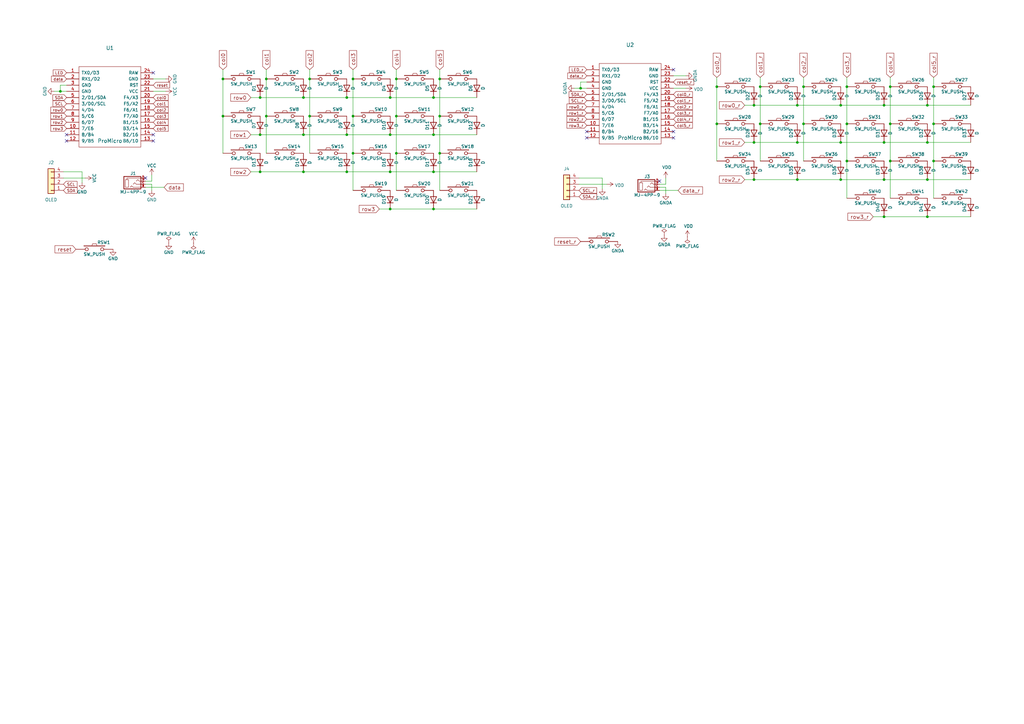
<source format=kicad_sch>
(kicad_sch (version 20230121) (generator eeschema)
  (paper "A3")
  (title_block (title "Corne Cherry") (date "2020-09-28") (rev "3.0.1") (company "foostan"))
  (lib_symbols
    (symbol "Connector_Generic:Conn_01x04" (pin_names (offset 1.016) hide)
      (property "Reference" "J" (at 0 5.08 0))
      (property "Value" "Conn_01x04" (at 0 -7.62 0))
      (symbol "Conn_01x04_1_1"
        (rectangle (start -1.27 -4.953) (end 0 -5.207) (stroke (width 0.1524)))
        (rectangle (start -1.27 -2.413) (end 0 -2.667) (stroke (width 0.1524)))
        (rectangle (start -1.27 0.127) (end 0 -0.127) (stroke (width 0.1524)))
        (rectangle (start -1.27 2.667) (end 0 2.413) (stroke (width 0.1524)))
        (rectangle (start -1.27 3.81) (end 1.27 -6.35) (stroke (width 0.254)) (fill (type background)))
        (pin passive line (at -5.08 2.54 0) (length 3.81) (name "Pin_1") (number "1"))
        (pin passive line (at -5.08 0 0) (length 3.81) (name "Pin_2") (number "2"))
        (pin passive line (at -5.08 -2.54 0) (length 3.81) (name "Pin_3") (number "3"))
        (pin passive line (at -5.08 -5.08 0) (length 3.81) (name "Pin_4") (number "4"))
      )
    )
    (symbol "Device:D" (pin_numbers hide) (pin_names (offset 1.016) hide)
      (property "Reference" "D" (at 0 2.54 0))
      (property "Value" "D" (at 0 -2.54 0))
      (symbol "D_0_1"
        (polyline (pts (xy -1.27 1.27) (xy -1.27 -1.27)) (stroke (width 0.254)))
        (polyline (pts (xy 1.27 0) (xy -1.27 0)))
        (polyline (pts (xy 1.27 1.27) (xy 1.27 -1.27) (xy -1.27 0) (xy 1.27 1.27)) (stroke (width 0.254)))
      )
      (symbol "D_1_1"
        (pin passive line (at -3.81 0 0) (length 2.54) (name "K") (number "1"))
        (pin passive line (at 3.81 0 180) (length 2.54) (name "A") (number "2"))
      )
    )
    (symbol "kbd:MJ-4PP-9" (pin_names (offset 1.016))
      (property "Reference" "J" (at 0 3.81 0))
      (property "Value" "MJ-4PP-9" (at 0 -3.81 0))
      (symbol "MJ-4PP-9_0_1"
        (rectangle (start -1.905 -1.905) (end -3.175 1.27))
        (polyline (pts (xy -2.54 1.27) (xy -2.54 1.905) (xy 3.175 1.905)))
        (polyline (pts (xy -1.27 -1.905) (xy -0.635 -1.27) (xy 0 -1.905) (xy 3.175 -1.905)))
        (polyline (pts (xy 0 -0.635) (xy 0.635 0) (xy 1.27 -0.635) (xy 3.175 -0.635)))
        (polyline (pts (xy 1.27 0.635) (xy 1.905 1.27) (xy 2.54 0.635) (xy 3.175 0.635)))
        (rectangle (start 3.175 2.54) (end -3.81 -2.54) (stroke (width 0.3048)))
      )
      (symbol "MJ-4PP-9_1_1"
        (pin input line (at 5.08 1.905 180) (length 2.0066) (name "~") (number "A"))
        (pin input line (at 5.08 -1.905 180) (length 2.0066) (name "~") (number "B"))
        (pin input line (at 5.08 -0.635 180) (length 2.0066) (name "~") (number "C"))
        (pin input line (at 5.08 0.635 180) (length 2.0066) (name "~") (number "D"))
      )
    )
    (symbol "kbd:ProMicro" (pin_names (offset 1.016))
      (property "Reference" "U" (at 0 19.05 0))
      (property "Value" "ProMicro" (at 0 -19.05 0))
      (symbol "ProMicro_0_1"
        (rectangle (start -12.7 16.51) (end 12.7 -16.51))
      )
      (symbol "ProMicro_1_1"
        (pin bidirectional line (at -17.78 13.97 0) (length 5.08) (name "TX0/D3") (number "1"))
        (pin bidirectional line (at -17.78 -8.89 0) (length 5.08) (name "7/E6") (number "10"))
        (pin bidirectional line (at -17.78 -11.43 0) (length 5.08) (name "8/B4") (number "11"))
        (pin bidirectional line (at -17.78 -13.97 0) (length 5.08) (name "9/B5") (number "12"))
        (pin bidirectional line (at 17.78 -13.97 180) (length 5.08) (name "B6/10") (number "13"))
        (pin bidirectional line (at 17.78 -11.43 180) (length 5.08) (name "B2/16") (number "14"))
        (pin bidirectional line (at 17.78 -8.89 180) (length 5.08) (name "B3/14") (number "15"))
        (pin bidirectional line (at 17.78 -6.35 180) (length 5.08) (name "B1/15") (number "16"))
        (pin bidirectional line (at 17.78 -3.81 180) (length 5.08) (name "F7/A0") (number "17"))
        (pin bidirectional line (at 17.78 -1.27 180) (length 5.08) (name "F6/A1") (number "18"))
        (pin bidirectional line (at 17.78 1.27 180) (length 5.08) (name "F5/A2") (number "19"))
        (pin bidirectional line (at -17.78 11.43 0) (length 5.08) (name "RX1/D2") (number "2"))
        (pin bidirectional line (at 17.78 3.81 180) (length 5.08) (name "F4/A3") (number "20"))
        (pin power_in line (at 17.78 6.35 180) (length 5.08) (name "VCC") (number "21"))
        (pin input line (at 17.78 8.89 180) (length 5.08) (name "RST") (number "22"))
        (pin power_in line (at 17.78 11.43 180) (length 5.08) (name "GND") (number "23"))
        (pin power_out line (at 17.78 13.97 180) (length 5.08) (name "RAW") (number "24"))
        (pin power_in line (at -17.78 8.89 0) (length 5.08) (name "GND") (number "3"))
        (pin power_in line (at -17.78 6.35 0) (length 5.08) (name "GND") (number "4"))
        (pin bidirectional line (at -17.78 3.81 0) (length 5.08) (name "2/D1/SDA") (number "5"))
        (pin bidirectional line (at -17.78 1.27 0) (length 5.08) (name "3/D0/SCL") (number "6"))
        (pin bidirectional line (at -17.78 -1.27 0) (length 5.08) (name "4/D4") (number "7"))
        (pin bidirectional line (at -17.78 -3.81 0) (length 5.08) (name "5/C6") (number "8"))
        (pin bidirectional line (at -17.78 -6.35 0) (length 5.08) (name "6/D7") (number "9"))
      )
    )
    (symbol "kbd:SW_PUSH" (pin_numbers hide) (pin_names (offset 1.016) hide)
      (property "Reference" "SW" (at 3.81 2.794 0))
      (property "Value" "SW_PUSH" (at 0 -2.032 0))
      (symbol "SW_PUSH_0_1"
        (rectangle (start -4.318 1.27) (end 4.318 1.524))
        (polyline (pts (xy -1.016 1.524) (xy -0.762 2.286) (xy 0.762 2.286) (xy 1.016 1.524)))
        (pin passive inverted (at -7.62 0 0) (length 5.08) (name "1") (number "1"))
        (pin passive inverted (at 7.62 0 180) (length 5.08) (name "2") (number "2"))
      )
    )
    (symbol "power:GND" (power) (pin_names (offset 0))
      (property "Value" "GND" (at 0 -3.81 0))
      (symbol "GND_0_1"
        (polyline (pts (xy 0 0) (xy 0 -1.27) (xy 1.27 -1.27) (xy 0 -2.54) (xy -1.27 -1.27) (xy 0 -1.27)))
      )
      (symbol "GND_1_1"
        (pin power_in line (at 0 0 270) (length 0) hide (name "GND") (number "1"))
      )
    )
    (symbol "power:GNDA" (power) (pin_names (offset 0))
      (property "Value" "GNDA" (at 0 -3.81 0))
      (symbol "GNDA_0_1"
        (polyline (pts (xy 0 0) (xy 0 -1.27) (xy 1.27 -1.27) (xy 0 -2.54) (xy -1.27 -1.27) (xy 0 -1.27)))
      )
      (symbol "GNDA_1_1"
        (pin power_in line (at 0 0 270) (length 0) hide (name "GNDA") (number "1"))
      )
    )
    (symbol "power:PWR_FLAG" (power) (pin_numbers hide) (pin_names (offset 0) hide)
      (property "Value" "PWR_FLAG" (at 0 3.81 0))
      (symbol "PWR_FLAG_0_0"
        (pin power_out line (at 0 0 90) (length 0) (name "pwr") (number "1"))
      )
      (symbol "PWR_FLAG_0_1"
        (polyline (pts (xy 0 0) (xy 0 1.27) (xy -1.016 1.905) (xy 0 2.54) (xy 1.016 1.905) (xy 0 1.27)))
      )
    )
    (symbol "power:VCC" (power) (pin_names (offset 0))
      (property "Value" "VCC" (at 0 3.81 0))
      (symbol "VCC_0_1"
        (polyline (pts (xy -0.762 1.27) (xy 0 2.54)))
        (polyline (pts (xy 0 0) (xy 0 2.54)))
        (polyline (pts (xy 0 2.54) (xy 0.762 1.27)))
      )
      (symbol "VCC_1_1"
        (pin power_in line (at 0 0 90) (length 0) hide (name "VCC") (number "1"))
      )
    )
    (symbol "power:VDD" (power) (pin_names (offset 0))
      (property "Value" "VDD" (at 0 3.81 0))
      (symbol "VDD_0_1"
        (polyline (pts (xy -0.762 1.27) (xy 0 2.54)))
        (polyline (pts (xy 0 0) (xy 0 2.54)))
        (polyline (pts (xy 0 2.54) (xy 0.762 1.27)))
      )
      (symbol "VDD_1_1"
        (pin power_in line (at 0 0 90) (length 0) hide (name "VDD") (number "1"))
      )
    )
  )
  (junction (at 362.585 73.66))
  (junction (at 347.345 35.56))
  (junction (at 124.46 55.245))
  (junction (at 180.34 32.385))
  (junction (at 162.56 62.865))
  (junction (at 311.785 35.56))
  (junction (at 144.78 62.865))
  (junction (at 109.22 47.625))
  (junction (at 160.02 40.005))
  (junction (at 344.805 43.18))
  (junction (at 327.025 43.18))
  (junction (at 362.585 58.42))
  (junction (at 106.68 40.005))
  (junction (at 329.565 35.56))
  (junction (at 327.025 58.42))
  (junction (at 91.44 47.625))
  (junction (at 177.8 70.485))
  (junction (at 380.365 58.42))
  (junction (at 311.785 50.8))
  (junction (at 294.005 35.56))
  (junction (at 160.02 85.725))
  (junction (at 142.24 70.485))
  (junction (at 347.345 66.04))
  (junction (at 294.005 50.8))
  (junction (at 160.02 55.245))
  (junction (at 309.245 58.42))
  (junction (at 380.365 43.18))
  (junction (at 160.02 70.485))
  (junction (at 106.68 70.485))
  (junction (at 362.585 88.9))
  (junction (at 124.46 40.005))
  (junction (at 142.24 40.005))
  (junction (at 180.34 47.625))
  (junction (at 24.765 37.465))
  (junction (at 347.345 50.8))
  (junction (at 91.44 32.385))
  (junction (at 380.365 88.9))
  (junction (at 180.34 62.865))
  (junction (at 177.8 40.005))
  (junction (at 329.565 50.8))
  (junction (at 238.125 36.195))
  (junction (at 362.585 43.18))
  (junction (at 109.22 32.385))
  (junction (at 106.68 55.245))
  (junction (at 309.245 73.66))
  (junction (at 162.56 47.625))
  (junction (at 127 47.625))
  (junction (at 177.8 55.245))
  (junction (at 382.905 66.04))
  (junction (at 127 32.385))
  (junction (at 365.125 66.04))
  (junction (at 365.125 35.56))
  (junction (at 142.24 55.245))
  (junction (at 365.125 50.8))
  (junction (at 309.245 43.18))
  (junction (at 380.365 73.66))
  (junction (at 162.56 32.385))
  (junction (at 382.905 50.8))
  (junction (at 344.805 73.66))
  (junction (at 327.025 73.66))
  (junction (at 344.805 58.42))
  (junction (at 177.8 85.725))
  (junction (at 144.78 32.385))
  (junction (at 144.78 47.625))
  (junction (at 382.905 35.56))
  (junction (at 124.46 70.485))
  (no_connect (at 62.865 57.785))
  (no_connect (at 276.225 53.975))
  (no_connect (at 276.225 56.515))
  (no_connect (at 240.665 53.975))
  (no_connect (at 276.225 28.575))
  (no_connect (at 62.865 29.845))
  (no_connect (at 27.305 57.785))
  (no_connect (at 59.69 73.025))
  (no_connect (at 62.865 55.245))
  (no_connect (at 270.51 74.295))
  (no_connect (at 27.305 55.245))
  (no_connect (at 240.665 56.515))
  (wire (pts (xy 344.805 58.42) (xy 362.585 58.42)))
  (wire (pts (xy 62.23 74.295) (xy 62.23 71.755)))
  (wire (pts (xy 237.49 73.025) (xy 247.015 73.025)))
  (wire (pts (xy 305.435 73.66) (xy 309.245 73.66)))
  (wire (pts (xy 177.8 40.005) (xy 195.58 40.005)))
  (wire (pts (xy 22.225 37.465) (xy 24.765 37.465)))
  (wire (pts (xy 144.78 47.625) (xy 144.78 62.865)))
  (wire (pts (xy 294.005 31.75) (xy 294.005 35.56)))
  (wire (pts (xy 365.125 31.75) (xy 365.125 35.56)))
  (wire (pts (xy 155.575 85.725) (xy 160.02 85.725)))
  (wire (pts (xy 362.585 43.18) (xy 380.365 43.18)))
  (wire (pts (xy 162.56 28.575) (xy 162.56 32.385)))
  (wire (pts (xy 347.345 66.04) (xy 347.345 81.28)))
  (wire (pts (xy 180.34 47.625) (xy 180.34 62.865)))
  (wire (pts (xy 240.665 33.655) (xy 238.125 33.655)))
  (wire (pts (xy 329.565 31.75) (xy 329.565 35.56)))
  (wire (pts (xy 102.87 55.245) (xy 106.68 55.245)))
  (wire (pts (xy 144.78 28.575) (xy 144.78 32.385)))
  (wire (pts (xy 142.24 70.485) (xy 160.02 70.485)))
  (wire (pts (xy 347.345 35.56) (xy 347.345 50.8)))
  (wire (pts (xy 180.34 32.385) (xy 180.34 47.625)))
  (wire (pts (xy 24.765 34.925) (xy 24.765 37.465)))
  (wire (pts (xy 270.51 76.835) (xy 273.05 76.835)))
  (wire (pts (xy 276.225 36.195) (xy 281.305 36.195)))
  (wire (pts (xy 380.365 58.42) (xy 398.145 58.42)))
  (wire (pts (xy 162.56 62.865) (xy 162.56 78.105)))
  (wire (pts (xy 124.46 55.245) (xy 142.24 55.245)))
  (wire (pts (xy 270.51 75.565) (xy 273.05 75.565)))
  (wire (pts (xy 238.125 33.655) (xy 238.125 36.195)))
  (wire (pts (xy 177.8 70.485) (xy 195.58 70.485)))
  (wire (pts (xy 177.8 85.725) (xy 195.58 85.725)))
  (wire (pts (xy 180.34 62.865) (xy 180.34 78.105)))
  (wire (pts (xy 62.865 37.465) (xy 67.945 37.465)))
  (wire (pts (xy 380.365 43.18) (xy 398.145 43.18)))
  (wire (pts (xy 305.435 43.18) (xy 309.245 43.18)))
  (wire (pts (xy 162.56 32.385) (xy 162.56 47.625)))
  (wire (pts (xy 109.22 32.385) (xy 109.22 47.625)))
  (wire (pts (xy 294.005 35.56) (xy 294.005 50.8)))
  (wire (pts (xy 33.655 74.93) (xy 33.655 70.485)))
  (wire (pts (xy 127 28.575) (xy 127 32.385)))
  (wire (pts (xy 365.125 66.04) (xy 365.125 81.28)))
  (wire (pts (xy 327.025 58.42) (xy 344.805 58.42)))
  (wire (pts (xy 311.785 35.56) (xy 311.785 50.8)))
  (wire (pts (xy 162.56 47.625) (xy 162.56 62.865)))
  (wire (pts (xy 160.02 85.725) (xy 177.8 85.725)))
  (wire (pts (xy 62.865 32.385) (xy 67.945 32.385)))
  (wire (pts (xy 124.46 40.005) (xy 142.24 40.005)))
  (wire (pts (xy 344.805 43.18) (xy 362.585 43.18)))
  (wire (pts (xy 347.345 31.75) (xy 347.345 35.56)))
  (wire (pts (xy 311.785 31.75) (xy 311.785 35.56)))
  (wire (pts (xy 62.23 75.565) (xy 62.23 78.105)))
  (wire (pts (xy 109.22 28.575) (xy 109.22 32.385)))
  (wire (pts (xy 180.34 28.575) (xy 180.34 32.385)))
  (wire (pts (xy 305.435 58.42) (xy 309.245 58.42)))
  (wire (pts (xy 237.49 75.565) (xy 248.92 75.565)))
  (wire (pts (xy 365.125 35.56) (xy 365.125 50.8)))
  (wire (pts (xy 142.24 55.245) (xy 160.02 55.245)))
  (wire (pts (xy 160.02 40.005) (xy 177.8 40.005)))
  (wire (pts (xy 344.805 73.66) (xy 362.585 73.66)))
  (wire (pts (xy 106.68 70.485) (xy 124.46 70.485)))
  (wire (pts (xy 362.585 58.42) (xy 380.365 58.42)))
  (wire (pts (xy 27.305 34.925) (xy 24.765 34.925)))
  (wire (pts (xy 273.05 76.835) (xy 273.05 79.375)))
  (wire (pts (xy 33.655 70.485) (xy 26.035 70.485)))
  (wire (pts (xy 102.87 40.005) (xy 106.68 40.005)))
  (wire (pts (xy 59.69 76.835) (xy 67.31 76.835)))
  (wire (pts (xy 91.44 32.385) (xy 91.44 47.625)))
  (wire (pts (xy 382.905 50.8) (xy 382.905 66.04)))
  (wire (pts (xy 26.035 73.025) (xy 34.925 73.025)))
  (wire (pts (xy 91.44 28.575) (xy 91.44 32.385)))
  (wire (pts (xy 59.69 75.565) (xy 62.23 75.565)))
  (wire (pts (xy 59.69 74.295) (xy 62.23 74.295)))
  (wire (pts (xy 311.785 50.8) (xy 311.785 66.04)))
  (wire (pts (xy 235.585 36.195) (xy 238.125 36.195)))
  (wire (pts (xy 106.68 55.245) (xy 124.46 55.245)))
  (wire (pts (xy 142.24 40.005) (xy 160.02 40.005)))
  (wire (pts (xy 294.005 50.8) (xy 294.005 66.04)))
  (wire (pts (xy 91.44 47.625) (xy 91.44 62.865)))
  (wire (pts (xy 365.125 50.8) (xy 365.125 66.04)))
  (wire (pts (xy 380.365 73.66) (xy 398.145 73.66)))
  (wire (pts (xy 327.025 43.18) (xy 344.805 43.18)))
  (wire (pts (xy 382.905 31.75) (xy 382.905 35.56)))
  (wire (pts (xy 362.585 88.9) (xy 380.365 88.9)))
  (wire (pts (xy 127 47.625) (xy 127 62.865)))
  (wire (pts (xy 160.02 55.245) (xy 177.8 55.245)))
  (wire (pts (xy 309.245 73.66) (xy 327.025 73.66)))
  (wire (pts (xy 273.05 75.565) (xy 273.05 73.025)))
  (wire (pts (xy 144.78 32.385) (xy 144.78 47.625)))
  (wire (pts (xy 127 32.385) (xy 127 47.625)))
  (wire (pts (xy 358.14 88.9) (xy 362.585 88.9)))
  (wire (pts (xy 270.51 78.105) (xy 278.13 78.105)))
  (wire (pts (xy 238.125 36.195) (xy 240.665 36.195)))
  (wire (pts (xy 160.02 70.485) (xy 177.8 70.485)))
  (wire (pts (xy 106.68 40.005) (xy 124.46 40.005)))
  (wire (pts (xy 347.345 50.8) (xy 347.345 66.04)))
  (wire (pts (xy 124.46 70.485) (xy 142.24 70.485)))
  (wire (pts (xy 109.22 47.625) (xy 109.22 62.865)))
  (wire (pts (xy 24.765 37.465) (xy 27.305 37.465)))
  (wire (pts (xy 144.78 62.865) (xy 144.78 78.105)))
  (wire (pts (xy 247.015 73.025) (xy 247.015 77.47)))
  (wire (pts (xy 329.565 35.56) (xy 329.565 50.8)))
  (wire (pts (xy 380.365 88.9) (xy 398.145 88.9)))
  (wire (pts (xy 362.585 73.66) (xy 380.365 73.66)))
  (wire (pts (xy 327.025 73.66) (xy 344.805 73.66)))
  (wire (pts (xy 329.565 50.8) (xy 329.565 66.04)))
  (wire (pts (xy 102.87 70.485) (xy 106.68 70.485)))
  (wire (pts (xy 309.245 58.42) (xy 327.025 58.42)))
  (wire (pts (xy 382.905 35.56) (xy 382.905 50.8)))
  (wire (pts (xy 276.225 31.115) (xy 281.305 31.115)))
  (wire (pts (xy 309.245 43.18) (xy 327.025 43.18)))
  (wire (pts (xy 177.8 55.245) (xy 195.58 55.245)))
  (wire (pts (xy 382.905 66.04) (xy 382.905 81.28)))
  (global_label "SCL" (shape input) (at 27.305 42.545 180) (effects (font (size 1.1938 1.1938))) (property "Intersheetrefs" "${INTERSHEET_REFS}" (effects hide)))
  (global_label "col2" (shape input) (at 127 28.575 90) (effects (font (size 1.524 1.524))) (property "Intersheetrefs" "${INTERSHEET_REFS}" (effects hide)))
  (global_label "col3_r" (shape input) (at 276.225 46.355 0) (effects (font (size 1.1938 1.1938))) (property "Intersheetrefs" "${INTERSHEET_REFS}" (effects hide)))
  (global_label "reset_r" (shape input) (at 276.225 33.655 0) (effects (font (size 1.1938 1.1938))) (property "Intersheetrefs" "${INTERSHEET_REFS}" (effects hide)))
  (global_label "col4" (shape input) (at 62.865 50.165 0) (effects (font (size 1.1938 1.1938))) (property "Intersheetrefs" "${INTERSHEET_REFS}" (effects hide)))
  (global_label "data" (shape input) (at 27.305 32.385 180) (effects (font (size 1.1938 1.1938))) (property "Intersheetrefs" "${INTERSHEET_REFS}" (effects hide)))
  (global_label "col5_r" (shape input) (at 382.905 31.75 90) (effects (font (size 1.524 1.524))) (property "Intersheetrefs" "${INTERSHEET_REFS}" (effects hide)))
  (global_label "col3" (shape input) (at 62.865 47.625 0) (effects (font (size 1.1938 1.1938))) (property "Intersheetrefs" "${INTERSHEET_REFS}" (effects hide)))
  (global_label "row2" (shape input) (at 102.87 70.485 180) (effects (font (size 1.524 1.524))) (property "Intersheetrefs" "${INTERSHEET_REFS}" (effects hide)))
  (global_label "LED" (shape input) (at 27.305 29.845 180) (effects (font (size 1.1938 1.1938))) (property "Intersheetrefs" "${INTERSHEET_REFS}" (effects hide)))
  (global_label "col2_r" (shape input) (at 329.565 31.75 90) (effects (font (size 1.524 1.524))) (property "Intersheetrefs" "${INTERSHEET_REFS}" (effects hide)))
  (global_label "row3_r" (shape input) (at 358.14 88.9 180) (effects (font (size 1.524 1.524))) (property "Intersheetrefs" "${INTERSHEET_REFS}" (effects hide)))
  (global_label "col1" (shape input) (at 109.22 28.575 90) (effects (font (size 1.524 1.524))) (property "Intersheetrefs" "${INTERSHEET_REFS}" (effects hide)))
  (global_label "SCL_r" (shape input) (at 237.49 78.105 0) (effects (font (size 1.1938 1.1938))) (property "Intersheetrefs" "${INTERSHEET_REFS}" (effects hide)))
  (global_label "row1_r" (shape input) (at 305.435 58.42 180) (effects (font (size 1.524 1.524))) (property "Intersheetrefs" "${INTERSHEET_REFS}" (effects hide)))
  (global_label "SDA_r" (shape input) (at 240.665 38.735 180) (effects (font (size 1.1938 1.1938))) (property "Intersheetrefs" "${INTERSHEET_REFS}" (effects hide)))
  (global_label "col5" (shape input) (at 180.34 28.575 90) (effects (font (size 1.524 1.524))) (property "Intersheetrefs" "${INTERSHEET_REFS}" (effects hide)))
  (global_label "row2" (shape input) (at 27.305 50.165 180) (effects (font (size 1.1938 1.1938))) (property "Intersheetrefs" "${INTERSHEET_REFS}" (effects hide)))
  (global_label "col3" (shape input) (at 144.78 28.575 90) (effects (font (size 1.524 1.524))) (property "Intersheetrefs" "${INTERSHEET_REFS}" (effects hide)))
  (global_label "row0_r" (shape input) (at 240.665 43.815 180) (effects (font (size 1.1938 1.1938))) (property "Intersheetrefs" "${INTERSHEET_REFS}" (effects hide)))
  (global_label "col2" (shape input) (at 62.865 45.085 0) (effects (font (size 1.1938 1.1938))) (property "Intersheetrefs" "${INTERSHEET_REFS}" (effects hide)))
  (global_label "col4_r" (shape input) (at 365.125 31.75 90) (effects (font (size 1.524 1.524))) (property "Intersheetrefs" "${INTERSHEET_REFS}" (effects hide)))
  (global_label "row3" (shape input) (at 155.575 85.725 180) (effects (font (size 1.524 1.524))) (property "Intersheetrefs" "${INTERSHEET_REFS}" (effects hide)))
  (global_label "row0" (shape input) (at 27.305 45.085 180) (effects (font (size 1.1938 1.1938))) (property "Intersheetrefs" "${INTERSHEET_REFS}" (effects hide)))
  (global_label "row0" (shape input) (at 102.87 40.005 180) (effects (font (size 1.524 1.524))) (property "Intersheetrefs" "${INTERSHEET_REFS}" (effects hide)))
  (global_label "col0_r" (shape input) (at 294.005 31.75 90) (effects (font (size 1.524 1.524))) (property "Intersheetrefs" "${INTERSHEET_REFS}" (effects hide)))
  (global_label "SCL" (shape input) (at 26.035 75.565 0) (effects (font (size 1.1938 1.1938))) (property "Intersheetrefs" "${INTERSHEET_REFS}" (effects hide)))
  (global_label "row3" (shape input) (at 27.305 52.705 180) (effects (font (size 1.1938 1.1938))) (property "Intersheetrefs" "${INTERSHEET_REFS}" (effects hide)))
  (global_label "col1" (shape input) (at 62.865 42.545 0) (effects (font (size 1.1938 1.1938))) (property "Intersheetrefs" "${INTERSHEET_REFS}" (effects hide)))
  (global_label "col1_r" (shape input) (at 311.785 31.75 90) (effects (font (size 1.524 1.524))) (property "Intersheetrefs" "${INTERSHEET_REFS}" (effects hide)))
  (global_label "reset" (shape input) (at 62.865 34.925 0) (effects (font (size 1.1938 1.1938))) (property "Intersheetrefs" "${INTERSHEET_REFS}" (effects hide)))
  (global_label "row3_r" (shape input) (at 240.665 51.435 180) (effects (font (size 1.1938 1.1938))) (property "Intersheetrefs" "${INTERSHEET_REFS}" (effects hide)))
  (global_label "row1_r" (shape input) (at 240.665 46.355 180) (effects (font (size 1.1938 1.1938))) (property "Intersheetrefs" "${INTERSHEET_REFS}" (effects hide)))
  (global_label "col0" (shape input) (at 62.865 40.005 0) (effects (font (size 1.1938 1.1938))) (property "Intersheetrefs" "${INTERSHEET_REFS}" (effects hide)))
  (global_label "row2_r" (shape input) (at 305.435 73.66 180) (effects (font (size 1.524 1.524))) (property "Intersheetrefs" "${INTERSHEET_REFS}" (effects hide)))
  (global_label "col5" (shape input) (at 62.865 52.705 0) (effects (font (size 1.1938 1.1938))) (property "Intersheetrefs" "${INTERSHEET_REFS}" (effects hide)))
  (global_label "SDA" (shape input) (at 27.305 40.005 180) (effects (font (size 1.1938 1.1938))) (property "Intersheetrefs" "${INTERSHEET_REFS}" (effects hide)))
  (global_label "data_r" (shape input) (at 240.665 31.115 180) (effects (font (size 1.1938 1.1938))) (property "Intersheetrefs" "${INTERSHEET_REFS}" (effects hide)))
  (global_label "col0_r" (shape input) (at 276.225 38.735 0) (effects (font (size 1.1938 1.1938))) (property "Intersheetrefs" "${INTERSHEET_REFS}" (effects hide)))
  (global_label "row2_r" (shape input) (at 240.665 48.895 180) (effects (font (size 1.1938 1.1938))) (property "Intersheetrefs" "${INTERSHEET_REFS}" (effects hide)))
  (global_label "data_r" (shape input) (at 278.13 78.105 0) (effects (font (size 1.524 1.524))) (property "Intersheetrefs" "${INTERSHEET_REFS}" (effects hide)))
  (global_label "col4_r" (shape input) (at 276.225 48.895 0) (effects (font (size 1.1938 1.1938))) (property "Intersheetrefs" "${INTERSHEET_REFS}" (effects hide)))
  (global_label "col1_r" (shape input) (at 276.225 41.275 0) (effects (font (size 1.1938 1.1938))) (property "Intersheetrefs" "${INTERSHEET_REFS}" (effects hide)))
  (global_label "col2_r" (shape input) (at 276.225 43.815 0) (effects (font (size 1.1938 1.1938))) (property "Intersheetrefs" "${INTERSHEET_REFS}" (effects hide)))
  (global_label "reset_r" (shape input) (at 238.125 99.06 180) (effects (font (size 1.524 1.524))) (property "Intersheetrefs" "${INTERSHEET_REFS}" (effects hide)))
  (global_label "col3_r" (shape input) (at 347.345 31.75 90) (effects (font (size 1.524 1.524))) (property "Intersheetrefs" "${INTERSHEET_REFS}" (effects hide)))
  (global_label "row1" (shape input) (at 27.305 47.625 180) (effects (font (size 1.1938 1.1938))) (property "Intersheetrefs" "${INTERSHEET_REFS}" (effects hide)))
  (global_label "col0" (shape input) (at 91.44 28.575 90) (effects (font (size 1.524 1.524))) (property "Intersheetrefs" "${INTERSHEET_REFS}" (effects hide)))
  (global_label "data" (shape input) (at 67.31 76.835 0) (effects (font (size 1.524 1.524))) (property "Intersheetrefs" "${INTERSHEET_REFS}" (effects hide)))
  (global_label "col4" (shape input) (at 162.56 28.575 90) (effects (font (size 1.524 1.524))) (property "Intersheetrefs" "${INTERSHEET_REFS}" (effects hide)))
  (global_label "col5_r" (shape input) (at 276.225 51.435 0) (effects (font (size 1.1938 1.1938))) (property "Intersheetrefs" "${INTERSHEET_REFS}" (effects hide)))
  (global_label "row0_r" (shape input) (at 305.435 43.18 180) (effects (font (size 1.524 1.524))) (property "Intersheetrefs" "${INTERSHEET_REFS}" (effects hide)))
  (global_label "LED_r" (shape input) (at 240.665 28.575 180) (effects (font (size 1.1938 1.1938))) (property "Intersheetrefs" "${INTERSHEET_REFS}" (effects hide)))
  (global_label "reset" (shape input) (at 31.115 102.235 180) (effects (font (size 1.524 1.524))) (property "Intersheetrefs" "${INTERSHEET_REFS}" (effects hide)))
  (global_label "SCL_r" (shape input) (at 240.665 41.275 180) (effects (font (size 1.1938 1.1938))) (property "Intersheetrefs" "${INTERSHEET_REFS}" (effects hide)))
  (global_label "row1" (shape input) (at 102.87 55.245 180) (effects (font (size 1.524 1.524))) (property "Intersheetrefs" "${INTERSHEET_REFS}" (effects hide)))
  (global_label "SDA_r" (shape input) (at 237.49 80.645 0) (effects (font (size 1.1938 1.1938))) (property "Intersheetrefs" "${INTERSHEET_REFS}" (effects hide)))
  (global_label "SDA" (shape input) (at 26.035 78.105 0) (effects (font (size 1.1938 1.1938))) (property "Intersheetrefs" "${INTERSHEET_REFS}" (effects hide)))
  (symbol (lib_id "kbd:ProMicro") (at 45.085 43.815 0) (unit 1)
    (property "Reference" "U1" (at 45.085 19.685 0) (effects (font (size 1.524 1.524))))
    (property "Value" "ProMicro" (at 45.085 57.785 0) (effects (font (size 1.524 1.524))))
    (property "Footprint" "kbd:ProMicro_v3" (effects hide))
  )
  (symbol (lib_id "kbd:SW_PUSH") (at 116.84 32.385 0) (unit 1)
    (property "Reference" "SW2" (at 120.65 29.591 0))
    (property "Value" "SW_PUSH" (at 116.84 34.417 0))
    (property "Footprint" "kbd:CherryMX_Hotswap" (effects hide))
  )
  (symbol (lib_id "Device:D") (at 124.46 36.195 90) (unit 1)
    (property "Reference" "D2" (at 121.92 36.195 0))
    (property "Value" "D" (at 127 36.195 0))
    (property "Footprint" "kbd:D3_SMD_v2" (effects hide))
  )
  (symbol (lib_id "kbd:SW_PUSH") (at 134.62 32.385 0) (unit 1)
    (property "Reference" "SW3" (at 138.43 29.591 0))
    (property "Value" "SW_PUSH" (at 134.62 34.417 0))
    (property "Footprint" "kbd:CherryMX_Hotswap" (effects hide))
  )
  (symbol (lib_id "Device:D") (at 142.24 36.195 90) (unit 1)
    (property "Reference" "D3" (at 139.7 36.195 0))
    (property "Value" "D" (at 144.78 36.195 0))
    (property "Footprint" "kbd:D3_SMD_v2" (effects hide))
  )
  (symbol (lib_id "kbd:SW_PUSH") (at 152.4 32.385 0) (unit 1)
    (property "Reference" "SW4" (at 156.21 29.591 0))
    (property "Value" "SW_PUSH" (at 152.4 34.417 0))
    (property "Footprint" "kbd:CherryMX_Hotswap" (effects hide))
  )
  (symbol (lib_id "kbd:SW_PUSH") (at 170.18 32.385 0) (unit 1)
    (property "Reference" "SW5" (at 173.99 29.591 0))
    (property "Value" "SW_PUSH" (at 170.18 34.417 0))
    (property "Footprint" "kbd:CherryMX_Hotswap" (effects hide))
  )
  (symbol (lib_id "kbd:SW_PUSH") (at 187.96 32.385 0) (unit 1)
    (property "Reference" "SW6" (at 191.77 29.591 0))
    (property "Value" "SW_PUSH" (at 187.96 34.417 0))
    (property "Footprint" "kbd:CherryMX_Hotswap" (effects hide))
  )
  (symbol (lib_id "Device:D") (at 160.02 36.195 90) (unit 1)
    (property "Reference" "D4" (at 157.48 36.195 0))
    (property "Value" "D" (at 162.56 36.195 0))
    (property "Footprint" "kbd:D3_SMD_v2" (effects hide))
  )
  (symbol (lib_id "Device:D") (at 177.8 36.195 90) (unit 1)
    (property "Reference" "D5" (at 175.26 36.195 0))
    (property "Value" "D" (at 180.34 36.195 0))
    (property "Footprint" "kbd:D3_SMD_v2" (effects hide))
  )
  (symbol (lib_id "Device:D") (at 195.58 36.195 90) (unit 1)
    (property "Reference" "D6" (at 193.04 36.195 0))
    (property "Value" "D" (at 198.12 36.195 0))
    (property "Footprint" "kbd:D3_SMD_v2" (effects hide))
  )
  (symbol (lib_id "kbd:SW_PUSH") (at 99.06 32.385 0) (unit 1)
    (property "Reference" "SW1" (at 102.87 29.591 0))
    (property "Value" "SW_PUSH" (at 99.06 34.417 0))
    (property "Footprint" "kbd:CherryMX_Hotswap" (effects hide))
  )
  (symbol (lib_id "Device:D") (at 106.68 36.195 90) (unit 1)
    (property "Reference" "D1" (at 104.14 36.195 0))
    (property "Value" "D" (at 109.22 36.195 0))
    (property "Footprint" "kbd:D3_SMD_v2" (effects hide))
  )
  (symbol (lib_id "kbd:SW_PUSH") (at 116.84 47.625 0) (unit 1)
    (property "Reference" "SW8" (at 120.65 44.831 0))
    (property "Value" "SW_PUSH" (at 116.84 49.657 0))
    (property "Footprint" "kbd:CherryMX_Hotswap" (effects hide))
  )
  (symbol (lib_id "Device:D") (at 124.46 51.435 90) (unit 1)
    (property "Reference" "D8" (at 121.92 51.435 0))
    (property "Value" "D" (at 127 51.435 0))
    (property "Footprint" "kbd:D3_SMD_v2" (effects hide))
  )
  (symbol (lib_id "kbd:SW_PUSH") (at 134.62 47.625 0) (unit 1)
    (property "Reference" "SW9" (at 138.43 44.831 0))
    (property "Value" "SW_PUSH" (at 134.62 49.657 0))
    (property "Footprint" "kbd:CherryMX_Hotswap" (effects hide))
  )
  (symbol (lib_id "Device:D") (at 142.24 51.435 90) (unit 1)
    (property "Reference" "D9" (at 139.7 51.435 0))
    (property "Value" "D" (at 144.78 51.435 0))
    (property "Footprint" "kbd:D3_SMD_v2" (effects hide))
  )
  (symbol (lib_id "kbd:SW_PUSH") (at 152.4 47.625 0) (unit 1)
    (property "Reference" "SW10" (at 156.21 44.831 0))
    (property "Value" "SW_PUSH" (at 152.4 49.657 0))
    (property "Footprint" "kbd:CherryMX_Hotswap" (effects hide))
  )
  (symbol (lib_id "kbd:SW_PUSH") (at 170.18 47.625 0) (unit 1)
    (property "Reference" "SW11" (at 173.99 44.831 0))
    (property "Value" "SW_PUSH" (at 170.18 49.657 0))
    (property "Footprint" "kbd:CherryMX_Hotswap" (effects hide))
  )
  (symbol (lib_id "kbd:SW_PUSH") (at 187.96 47.625 0) (unit 1)
    (property "Reference" "SW12" (at 191.77 44.831 0))
    (property "Value" "SW_PUSH" (at 187.96 49.657 0))
    (property "Footprint" "kbd:CherryMX_Hotswap" (effects hide))
  )
  (symbol (lib_id "Device:D") (at 160.02 51.435 90) (unit 1)
    (property "Reference" "D10" (at 157.48 51.435 0))
    (property "Value" "D" (at 162.56 51.435 0))
    (property "Footprint" "kbd:D3_SMD_v2" (effects hide))
  )
  (symbol (lib_id "Device:D") (at 177.8 51.435 90) (unit 1)
    (property "Reference" "D11" (at 175.26 51.435 0))
    (property "Value" "D" (at 180.34 51.435 0))
    (property "Footprint" "kbd:D3_SMD_v2" (effects hide))
  )
  (symbol (lib_id "Device:D") (at 195.58 51.435 90) (unit 1)
    (property "Reference" "D12" (at 193.04 51.435 0))
    (property "Value" "D" (at 198.12 51.435 0))
    (property "Footprint" "kbd:D3_SMD_v2" (effects hide))
  )
  (symbol (lib_id "kbd:SW_PUSH") (at 99.06 47.625 0) (unit 1)
    (property "Reference" "SW7" (at 102.87 44.831 0))
    (property "Value" "SW_PUSH" (at 99.06 49.657 0))
    (property "Footprint" "kbd:CherryMX_Hotswap" (effects hide))
  )
  (symbol (lib_id "Device:D") (at 106.68 51.435 90) (unit 1)
    (property "Reference" "D7" (at 104.14 51.435 0))
    (property "Value" "D" (at 109.22 51.435 0))
    (property "Footprint" "kbd:D3_SMD_v2" (effects hide))
  )
  (symbol (lib_id "kbd:SW_PUSH") (at 116.84 62.865 0) (unit 1)
    (property "Reference" "SW14" (at 120.65 60.071 0))
    (property "Value" "SW_PUSH" (at 116.84 64.897 0))
    (property "Footprint" "kbd:CherryMX_Hotswap" (effects hide))
  )
  (symbol (lib_id "Device:D") (at 124.46 66.675 90) (unit 1)
    (property "Reference" "D14" (at 121.92 66.675 0))
    (property "Value" "D" (at 127 66.675 0))
    (property "Footprint" "kbd:D3_SMD_v2" (effects hide))
  )
  (symbol (lib_id "kbd:SW_PUSH") (at 134.62 62.865 0) (unit 1)
    (property "Reference" "SW15" (at 138.43 60.071 0))
    (property "Value" "SW_PUSH" (at 134.62 64.897 0))
    (property "Footprint" "kbd:CherryMX_Hotswap" (effects hide))
  )
  (symbol (lib_id "Device:D") (at 142.24 66.675 90) (unit 1)
    (property "Reference" "D15" (at 139.7 66.675 0))
    (property "Value" "D" (at 144.78 66.675 0))
    (property "Footprint" "kbd:D3_SMD_v2" (effects hide))
  )
  (symbol (lib_id "kbd:SW_PUSH") (at 152.4 62.865 0) (unit 1)
    (property "Reference" "SW16" (at 156.21 60.071 0))
    (property "Value" "SW_PUSH" (at 152.4 64.897 0))
    (property "Footprint" "kbd:CherryMX_Hotswap" (effects hide))
  )
  (symbol (lib_id "kbd:SW_PUSH") (at 170.18 62.865 0) (unit 1)
    (property "Reference" "SW17" (at 173.99 60.071 0))
    (property "Value" "SW_PUSH" (at 170.18 64.897 0))
    (property "Footprint" "kbd:CherryMX_Hotswap" (effects hide))
  )
  (symbol (lib_id "kbd:SW_PUSH") (at 187.96 62.865 0) (unit 1)
    (property "Reference" "SW18" (at 191.77 60.071 0))
    (property "Value" "SW_PUSH" (at 187.96 64.897 0))
    (property "Footprint" "kbd:CherryMX_Hotswap" (effects hide))
  )
  (symbol (lib_id "Device:D") (at 160.02 66.675 90) (unit 1)
    (property "Reference" "D16" (at 157.48 66.675 0))
    (property "Value" "D" (at 162.56 66.675 0))
    (property "Footprint" "kbd:D3_SMD_v2" (effects hide))
  )
  (symbol (lib_id "Device:D") (at 177.8 66.675 90) (unit 1)
    (property "Reference" "D17" (at 175.26 66.675 0))
    (property "Value" "D" (at 180.34 66.675 0))
    (property "Footprint" "kbd:D3_SMD_v2" (effects hide))
  )
  (symbol (lib_id "Device:D") (at 195.58 66.675 90) (unit 1)
    (property "Reference" "D18" (at 193.04 66.675 0))
    (property "Value" "D" (at 198.12 66.675 0))
    (property "Footprint" "kbd:D3_SMD_v2" (effects hide))
  )
  (symbol (lib_id "kbd:SW_PUSH") (at 99.06 62.865 0) (unit 1)
    (property "Reference" "SW13" (at 102.87 60.071 0))
    (property "Value" "SW_PUSH" (at 99.06 64.897 0))
    (property "Footprint" "kbd:CherryMX_Hotswap" (effects hide))
  )
  (symbol (lib_id "Device:D") (at 106.68 66.675 90) (unit 1)
    (property "Reference" "D13" (at 104.14 66.675 0))
    (property "Value" "D" (at 109.22 66.675 0))
    (property "Footprint" "kbd:D3_SMD_v2" (effects hide))
  )
  (symbol (lib_id "kbd:SW_PUSH") (at 170.18 78.105 0) (unit 1)
    (property "Reference" "SW20" (at 173.99 75.311 0))
    (property "Value" "SW_PUSH" (at 170.18 80.137 0))
    (property "Footprint" "kbd:CherryMX_Hotswap" (effects hide))
  )
  (symbol (lib_id "Device:D") (at 177.8 81.915 90) (unit 1)
    (property "Reference" "D20" (at 175.26 81.915 0))
    (property "Value" "D" (at 180.34 81.915 0))
    (property "Footprint" "kbd:D3_SMD_v2" (effects hide))
  )
  (symbol (lib_id "kbd:SW_PUSH") (at 187.96 78.105 0) (unit 1)
    (property "Reference" "SW21" (at 191.77 75.311 0))
    (property "Value" "SW_PUSH" (at 187.96 80.137 0))
    (property "Footprint" "kbd:CherryMX_Hotswap_1.5u" (effects hide))
  )
  (symbol (lib_id "Device:D") (at 195.58 81.915 90) (unit 1)
    (property "Reference" "D21" (at 193.04 81.915 0))
    (property "Value" "D" (at 198.12 81.915 0))
    (property "Footprint" "kbd:D3_SMD_v2" (effects hide))
  )
  (symbol (lib_id "kbd:SW_PUSH") (at 152.4 78.105 0) (unit 1)
    (property "Reference" "SW19" (at 156.21 75.311 0))
    (property "Value" "SW_PUSH" (at 152.4 80.137 0))
    (property "Footprint" "kbd:CherryMX_Hotswap" (effects hide))
  )
  (symbol (lib_id "Device:D") (at 160.02 81.915 90) (unit 1)
    (property "Reference" "D19" (at 157.48 81.915 0))
    (property "Value" "D" (at 162.56 81.915 0))
    (property "Footprint" "kbd:D3_SMD_v2" (effects hide))
  )
  (symbol (lib_id "power:GND") (at 67.945 32.385 90) (unit 1)
    (property "Reference" "#PWR07" (effects hide))
    (property "Value" "GND" (at 71.755 32.385 0))
  )
  (symbol (lib_id "power:VCC") (at 67.945 37.465 270) (unit 1)
    (property "Reference" "#PWR09" (effects hide))
    (property "Value" "VCC" (at 71.755 37.465 0))
  )
  (symbol (lib_id "power:GND") (at 22.225 37.465 270) (unit 1)
    (property "Reference" "#PWR08" (effects hide))
    (property "Value" "GND" (at 18.415 37.465 0))
  )
  (symbol (lib_id "power:GND") (at 69.215 99.695 0) (unit 1)
    (property "Reference" "#PWR04" (effects hide))
    (property "Value" "GND" (at 69.215 103.505 0))
  )
  (symbol (lib_id "power:VCC") (at 79.375 99.695 0) (unit 1)
    (property "Reference" "#PWR05" (effects hide))
    (property "Value" "VCC" (at 79.375 95.885 0))
  )
  (symbol (lib_id "power:PWR_FLAG") (at 79.375 99.695 180) (unit 1)
    (property "Reference" "#FLG02" (effects hide))
    (property "Value" "PWR_FLAG" (at 79.375 103.505 0))
  )
  (symbol (lib_id "power:PWR_FLAG") (at 69.215 99.695 0) (unit 1)
    (property "Reference" "#FLG01" (effects hide))
    (property "Value" "PWR_FLAG" (at 69.215 95.885 0))
  )
  (symbol (lib_id "kbd:SW_PUSH") (at 38.735 102.235 0) (unit 1)
    (property "Reference" "RSW1" (at 42.545 99.441 0))
    (property "Value" "SW_PUSH" (at 38.735 104.267 0))
    (property "Footprint" "kbd:ResetSW_1side" (effects hide))
  )
  (symbol (lib_id "power:GND") (at 46.355 102.235 0) (unit 1)
    (property "Reference" "#PWR06" (effects hide))
    (property "Value" "GND" (at 46.355 106.045 0))
  )
  (symbol (lib_id "power:VCC") (at 62.23 71.755 0) (unit 1)
    (property "Reference" "#PWR010" (effects hide))
    (property "Value" "VCC" (at 62.23 67.945 0))
  )
  (symbol (lib_id "power:GND") (at 62.23 78.105 0) (unit 1)
    (property "Reference" "#PWR011" (effects hide))
    (property "Value" "GND" (at 62.23 81.915 0))
  )
  (symbol (lib_id "Connector_Generic:Conn_01x04") (at 20.955 75.565 180) (unit 1)
    (property "Reference" "J2" (at 20.955 66.675 0))
    (property "Value" "OLED" (at 20.955 81.915 0))
    (property "Footprint" "kbd:OLED_1side" (effects hide))
  )
  (symbol (lib_id "power:GND") (at 33.655 74.93 0) (unit 1)
    (property "Reference" "#PWR013" (effects hide))
    (property "Value" "GND" (at 33.655 78.74 0))
  )
  (symbol (lib_id "power:VCC") (at 34.925 73.025 270) (unit 1)
    (property "Reference" "#PWR012" (effects hide))
    (property "Value" "VCC" (at 38.735 73.025 0))
  )
  (symbol (lib_id "kbd:MJ-4PP-9") (at 54.61 74.93 0) (unit 1)
    (property "Reference" "J1" (at 54.61 71.12 0))
    (property "Value" "MJ-4PP-9" (at 54.61 78.74 0))
    (property "Footprint" "kbd:MJ-4PP-9_1side" (effects hide))
  )
  (symbol (lib_id "kbd:ProMicro") (at 258.445 42.545 0) (unit 1)
    (property "Reference" "U2" (at 258.445 18.415 0) (effects (font (size 1.524 1.524))))
    (property "Value" "ProMicro" (at 258.445 56.515 0) (effects (font (size 1.524 1.524))))
    (property "Footprint" "kbd:ProMicro_v3" (effects hide))
  )
  (symbol (lib_id "kbd:SW_PUSH") (at 319.405 35.56 0) (unit 1)
    (property "Reference" "SW23" (at 323.215 32.766 0))
    (property "Value" "SW_PUSH" (at 319.405 37.592 0))
    (property "Footprint" "kbd:CherryMX_Hotswap" (effects hide))
  )
  (symbol (lib_id "Device:D") (at 327.025 39.37 90) (unit 1)
    (property "Reference" "D23" (at 324.485 39.37 0))
    (property "Value" "D" (at 329.565 39.37 0))
    (property "Footprint" "kbd:D3_SMD_v2" (effects hide))
  )
  (symbol (lib_id "kbd:SW_PUSH") (at 337.185 35.56 0) (unit 1)
    (property "Reference" "SW24" (at 340.995 32.766 0))
    (property "Value" "SW_PUSH" (at 337.185 37.592 0))
    (property "Footprint" "kbd:CherryMX_Hotswap" (effects hide))
  )
  (symbol (lib_id "Device:D") (at 344.805 39.37 90) (unit 1)
    (property "Reference" "D24" (at 342.265 39.37 0))
    (property "Value" "D" (at 347.345 39.37 0))
    (property "Footprint" "kbd:D3_SMD_v2" (effects hide))
  )
  (symbol (lib_id "kbd:SW_PUSH") (at 354.965 35.56 0) (unit 1)
    (property "Reference" "SW25" (at 358.775 32.766 0))
    (property "Value" "SW_PUSH" (at 354.965 37.592 0))
    (property "Footprint" "kbd:CherryMX_Hotswap" (effects hide))
  )
  (symbol (lib_id "kbd:SW_PUSH") (at 372.745 35.56 0) (unit 1)
    (property "Reference" "SW26" (at 376.555 32.766 0))
    (property "Value" "SW_PUSH" (at 372.745 37.592 0))
    (property "Footprint" "kbd:CherryMX_Hotswap" (effects hide))
  )
  (symbol (lib_id "kbd:SW_PUSH") (at 390.525 35.56 0) (unit 1)
    (property "Reference" "SW27" (at 394.335 32.766 0))
    (property "Value" "SW_PUSH" (at 390.525 37.592 0))
    (property "Footprint" "kbd:CherryMX_Hotswap" (effects hide))
  )
  (symbol (lib_id "Device:D") (at 362.585 39.37 90) (unit 1)
    (property "Reference" "D25" (at 360.045 39.37 0))
    (property "Value" "D" (at 365.125 39.37 0))
    (property "Footprint" "kbd:D3_SMD_v2" (effects hide))
  )
  (symbol (lib_id "Device:D") (at 380.365 39.37 90) (unit 1)
    (property "Reference" "D26" (at 377.825 39.37 0))
    (property "Value" "D" (at 382.905 39.37 0))
    (property "Footprint" "kbd:D3_SMD_v2" (effects hide))
  )
  (symbol (lib_id "Device:D") (at 398.145 39.37 90) (unit 1)
    (property "Reference" "D27" (at 395.605 39.37 0))
    (property "Value" "D" (at 400.685 39.37 0))
    (property "Footprint" "kbd:D3_SMD_v2" (effects hide))
  )
  (symbol (lib_id "kbd:SW_PUSH") (at 301.625 35.56 0) (unit 1)
    (property "Reference" "SW22" (at 305.435 32.766 0))
    (property "Value" "SW_PUSH" (at 301.625 37.592 0))
    (property "Footprint" "kbd:CherryMX_Hotswap" (effects hide))
  )
  (symbol (lib_id "Device:D") (at 309.245 39.37 90) (unit 1)
    (property "Reference" "D22" (at 306.705 39.37 0))
    (property "Value" "D" (at 311.785 39.37 0))
    (property "Footprint" "kbd:D3_SMD_v2" (effects hide))
  )
  (symbol (lib_id "kbd:SW_PUSH") (at 319.405 50.8 0) (unit 1)
    (property "Reference" "SW29" (at 323.215 48.006 0))
    (property "Value" "SW_PUSH" (at 319.405 52.832 0))
    (property "Footprint" "kbd:CherryMX_Hotswap" (effects hide))
  )
  (symbol (lib_id "Device:D") (at 327.025 54.61 90) (unit 1)
    (property "Reference" "D29" (at 324.485 54.61 0))
    (property "Value" "D" (at 329.565 54.61 0))
    (property "Footprint" "kbd:D3_SMD_v2" (effects hide))
  )
  (symbol (lib_id "kbd:SW_PUSH") (at 337.185 50.8 0) (unit 1)
    (property "Reference" "SW30" (at 340.995 48.006 0))
    (property "Value" "SW_PUSH" (at 337.185 52.832 0))
    (property "Footprint" "kbd:CherryMX_Hotswap" (effects hide))
  )
  (symbol (lib_id "Device:D") (at 344.805 54.61 90) (unit 1)
    (property "Reference" "D30" (at 342.265 54.61 0))
    (property "Value" "D" (at 347.345 54.61 0))
    (property "Footprint" "kbd:D3_SMD_v2" (effects hide))
  )
  (symbol (lib_id "kbd:SW_PUSH") (at 354.965 50.8 0) (unit 1)
    (property "Reference" "SW31" (at 358.775 48.006 0))
    (property "Value" "SW_PUSH" (at 354.965 52.832 0))
    (property "Footprint" "kbd:CherryMX_Hotswap" (effects hide))
  )
  (symbol (lib_id "kbd:SW_PUSH") (at 372.745 50.8 0) (unit 1)
    (property "Reference" "SW32" (at 376.555 48.006 0))
    (property "Value" "SW_PUSH" (at 372.745 52.832 0))
    (property "Footprint" "kbd:CherryMX_Hotswap" (effects hide))
  )
  (symbol (lib_id "kbd:SW_PUSH") (at 390.525 50.8 0) (unit 1)
    (property "Reference" "SW33" (at 394.335 48.006 0))
    (property "Value" "SW_PUSH" (at 390.525 52.832 0))
    (property "Footprint" "kbd:CherryMX_Hotswap" (effects hide))
  )
  (symbol (lib_id "Device:D") (at 362.585 54.61 90) (unit 1)
    (property "Reference" "D31" (at 360.045 54.61 0))
    (property "Value" "D" (at 365.125 54.61 0))
    (property "Footprint" "kbd:D3_SMD_v2" (effects hide))
  )
  (symbol (lib_id "Device:D") (at 380.365 54.61 90) (unit 1)
    (property "Reference" "D32" (at 377.825 54.61 0))
    (property "Value" "D" (at 382.905 54.61 0))
    (property "Footprint" "kbd:D3_SMD_v2" (effects hide))
  )
  (symbol (lib_id "Device:D") (at 398.145 54.61 90) (unit 1)
    (property "Reference" "D33" (at 395.605 54.61 0))
    (property "Value" "D" (at 400.685 54.61 0))
    (property "Footprint" "kbd:D3_SMD_v2" (effects hide))
  )
  (symbol (lib_id "kbd:SW_PUSH") (at 301.625 50.8 0) (unit 1)
    (property "Reference" "SW28" (at 305.435 48.006 0))
    (property "Value" "SW_PUSH" (at 301.625 52.832 0))
    (property "Footprint" "kbd:CherryMX_Hotswap" (effects hide))
  )
  (symbol (lib_id "Device:D") (at 309.245 54.61 90) (unit 1)
    (property "Reference" "D28" (at 306.705 54.61 0))
    (property "Value" "D" (at 311.785 54.61 0))
    (property "Footprint" "kbd:D3_SMD_v2" (effects hide))
  )
  (symbol (lib_id "kbd:SW_PUSH") (at 319.405 66.04 0) (unit 1)
    (property "Reference" "SW35" (at 323.215 63.246 0))
    (property "Value" "SW_PUSH" (at 319.405 68.072 0))
    (property "Footprint" "kbd:CherryMX_Hotswap" (effects hide))
  )
  (symbol (lib_id "Device:D") (at 327.025 69.85 90) (unit 1)
    (property "Reference" "D35" (at 324.485 69.85 0))
    (property "Value" "D" (at 329.565 69.85 0))
    (property "Footprint" "kbd:D3_SMD_v2" (effects hide))
  )
  (symbol (lib_id "kbd:SW_PUSH") (at 337.185 66.04 0) (unit 1)
    (property "Reference" "SW36" (at 340.995 63.246 0))
    (property "Value" "SW_PUSH" (at 337.185 68.072 0))
    (property "Footprint" "kbd:CherryMX_Hotswap" (effects hide))
  )
  (symbol (lib_id "Device:D") (at 344.805 69.85 90) (unit 1)
    (property "Reference" "D36" (at 342.265 69.85 0))
    (property "Value" "D" (at 347.345 69.85 0))
    (property "Footprint" "kbd:D3_SMD_v2" (effects hide))
  )
  (symbol (lib_id "kbd:SW_PUSH") (at 354.965 66.04 0) (unit 1)
    (property "Reference" "SW37" (at 358.775 63.246 0))
    (property "Value" "SW_PUSH" (at 354.965 68.072 0))
    (property "Footprint" "kbd:CherryMX_Hotswap" (effects hide))
  )
  (symbol (lib_id "kbd:SW_PUSH") (at 372.745 66.04 0) (unit 1)
    (property "Reference" "SW38" (at 376.555 63.246 0))
    (property "Value" "SW_PUSH" (at 372.745 68.072 0))
    (property "Footprint" "kbd:CherryMX_Hotswap" (effects hide))
  )
  (symbol (lib_id "kbd:SW_PUSH") (at 390.525 66.04 0) (unit 1)
    (property "Reference" "SW39" (at 394.335 63.246 0))
    (property "Value" "SW_PUSH" (at 390.525 68.072 0))
    (property "Footprint" "kbd:CherryMX_Hotswap" (effects hide))
  )
  (symbol (lib_id "Device:D") (at 362.585 69.85 90) (unit 1)
    (property "Reference" "D37" (at 360.045 69.85 0))
    (property "Value" "D" (at 365.125 69.85 0))
    (property "Footprint" "kbd:D3_SMD_v2" (effects hide))
  )
  (symbol (lib_id "Device:D") (at 380.365 69.85 90) (unit 1)
    (property "Reference" "D38" (at 377.825 69.85 0))
    (property "Value" "D" (at 382.905 69.85 0))
    (property "Footprint" "kbd:D3_SMD_v2" (effects hide))
  )
  (symbol (lib_id "Device:D") (at 398.145 69.85 90) (unit 1)
    (property "Reference" "D39" (at 395.605 69.85 0))
    (property "Value" "D" (at 400.685 69.85 0))
    (property "Footprint" "kbd:D3_SMD_v2" (effects hide))
  )
  (symbol (lib_id "kbd:SW_PUSH") (at 301.625 66.04 0) (unit 1)
    (property "Reference" "SW34" (at 305.435 63.246 0))
    (property "Value" "SW_PUSH" (at 301.625 68.072 0))
    (property "Footprint" "kbd:CherryMX_Hotswap" (effects hide))
  )
  (symbol (lib_id "Device:D") (at 309.245 69.85 90) (unit 1)
    (property "Reference" "D34" (at 306.705 69.85 0))
    (property "Value" "D" (at 311.785 69.85 0))
    (property "Footprint" "kbd:D3_SMD_v2" (effects hide))
  )
  (symbol (lib_id "kbd:SW_PUSH") (at 372.745 81.28 0) (unit 1)
    (property "Reference" "SW41" (at 376.555 78.486 0))
    (property "Value" "SW_PUSH" (at 372.745 83.312 0))
    (property "Footprint" "kbd:CherryMX_Hotswap" (effects hide))
  )
  (symbol (lib_id "Device:D") (at 380.365 85.09 90) (unit 1)
    (property "Reference" "D41" (at 377.825 85.09 0))
    (property "Value" "D" (at 382.905 85.09 0))
    (property "Footprint" "kbd:D3_SMD_v2" (effects hide))
  )
  (symbol (lib_id "kbd:SW_PUSH") (at 390.525 81.28 0) (unit 1)
    (property "Reference" "SW42" (at 394.335 78.486 0))
    (property "Value" "SW_PUSH" (at 390.525 83.312 0))
    (property "Footprint" "kbd:CherryMX_Hotswap_1.5u" (effects hide))
  )
  (symbol (lib_id "Device:D") (at 398.145 85.09 90) (unit 1)
    (property "Reference" "D42" (at 395.605 85.09 0))
    (property "Value" "D" (at 400.685 85.09 0))
    (property "Footprint" "kbd:D3_SMD_v2" (effects hide))
  )
  (symbol (lib_id "kbd:SW_PUSH") (at 354.965 81.28 0) (unit 1)
    (property "Reference" "SW40" (at 358.775 78.486 0))
    (property "Value" "SW_PUSH" (at 354.965 83.312 0))
    (property "Footprint" "kbd:CherryMX_Hotswap" (effects hide))
  )
  (symbol (lib_id "Device:D") (at 362.585 85.09 90) (unit 1)
    (property "Reference" "D40" (at 360.045 85.09 0))
    (property "Value" "D" (at 365.125 85.09 0))
    (property "Footprint" "kbd:D3_SMD_v2" (effects hide))
  )
  (symbol (lib_id "power:GNDA") (at 281.305 31.115 90) (unit 1)
    (property "Reference" "#PWR017" (effects hide))
    (property "Value" "GNDA" (at 285.115 31.115 0))
  )
  (symbol (lib_id "power:GNDA") (at 235.585 36.195 270) (unit 1)
    (property "Reference" "#PWR018" (effects hide))
    (property "Value" "GNDA" (at 231.775 36.195 0))
  )
  (symbol (lib_id "kbd:SW_PUSH") (at 245.745 99.06 0) (unit 1)
    (property "Reference" "RSW2" (at 249.555 96.266 0))
    (property "Value" "SW_PUSH" (at 245.745 101.092 0))
    (property "Footprint" "kbd:ResetSW_1side" (effects hide))
  )
  (symbol (lib_id "power:GNDA") (at 253.365 99.06 0) (unit 1)
    (property "Reference" "#PWR020" (effects hide))
    (property "Value" "GNDA" (at 253.365 102.87 0))
  )
  (symbol (lib_id "power:GNDA") (at 273.05 79.375 0) (unit 1)
    (property "Reference" "#PWR022" (effects hide))
    (property "Value" "GNDA" (at 273.05 83.185 0))
  )
  (symbol (lib_id "Connector_Generic:Conn_01x04") (at 232.41 78.105 180) (unit 1)
    (property "Reference" "J4" (at 232.41 69.215 0))
    (property "Value" "OLED" (at 232.41 84.455 0))
    (property "Footprint" "kbd:OLED_1side" (effects hide))
  )
  (symbol (lib_id "power:GNDA") (at 247.015 77.47 0) (unit 1)
    (property "Reference" "#PWR024" (effects hide))
    (property "Value" "GNDA" (at 247.015 81.28 0))
  )
  (symbol (lib_id "kbd:MJ-4PP-9") (at 265.43 76.2 0) (unit 1)
    (property "Reference" "J3" (at 265.43 72.39 0))
    (property "Value" "MJ-4PP-9" (at 265.43 80.01 0))
    (property "Footprint" "kbd:MJ-4PP-9_1side" (effects hide))
  )
  (symbol (lib_id "power:VDD") (at 281.305 36.195 270) (unit 1)
    (property "Reference" "#PWR019" (effects hide))
    (property "Value" "VDD" (at 284.5562 36.6268 90) (effects (justify left)))
  )
  (symbol (lib_id "power:VDD") (at 248.92 75.565 270) (unit 1)
    (property "Reference" "#PWR023" (effects hide))
    (property "Value" "VDD" (at 252.1712 75.9968 90) (effects (justify left)))
  )
  (symbol (lib_id "power:VDD") (at 273.05 73.025 0) (unit 1)
    (property "Reference" "#PWR021" (effects hide))
    (property "Value" "VDD" (at 273.4818 68.6308 0))
  )
  (symbol (lib_id "power:PWR_FLAG") (at 281.94 97.155 180) (unit 1)
    (property "Reference" "#FLG04" (effects hide))
    (property "Value" "PWR_FLAG" (at 281.94 100.965 0))
  )
  (symbol (lib_id "power:VDD") (at 281.94 97.155 0) (unit 1)
    (property "Reference" "#PWR016" (effects hide))
    (property "Value" "VDD" (at 282.3718 92.7608 0))
  )
  (symbol (lib_id "power:GNDA") (at 272.415 96.52 0) (unit 1)
    (property "Reference" "#PWR015" (effects hide))
    (property "Value" "GNDA" (at 272.415 100.33 0))
  )
  (symbol (lib_id "power:PWR_FLAG") (at 272.415 96.52 0) (unit 1)
    (property "Reference" "#FLG03" (effects hide))
    (property "Value" "PWR_FLAG" (at 272.415 92.71 0))
  )
)
</source>
